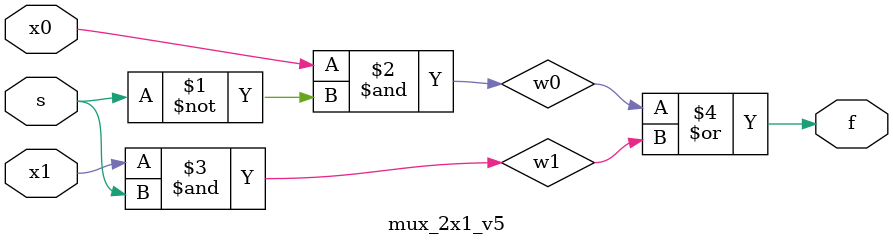
<source format=sv>
module mux_2x1_v1(
  input x0,
  		x1,
  		s,
  output logic f
);
  
  always @(*)
    if(s)
      f = x1;
    else
      f = x0;

endmodule: mux_2x1_v1

// version 2: always @(*) + case statement
module mux_2x1_v2(
  input x0,
  		x1,
  		s,
  output logic f
);
  
  always @(*)
    case(s)
      0: f = x0;
      1: f = x1;
      default: f= 1'bx;
    endcase   
    
endmodule: mux_2x1_v2

//Version 3: continuous assign + conditional operator
module mux_2x1_v3(
  input x0,
  		x1,
  		s,
  output f
);
  
  assign f = s? x1 : x0;

endmodule: mux_2x1_v3

//Version 4: continuous assign + bitwise operators
module mux_2x1_v4(
  input x0,
  		x1,
  		s,
  output f
);
   
  assign f = (s & x1) | (~s & x0);

endmodule: mux_2x1_v4
  
//Version 5: gate-level hardware descriptions
module mux_2x1_v5(
  input x0,
  		x1,
  		s,
  output f
);
   
  wire w0, w1;
  
  and and0	(w0, x0, ~s);
  and and1	(w1, x1, s);
  or  or0	(f, w0, w1);
  
endmodule: mux_2x1_v5
</source>
